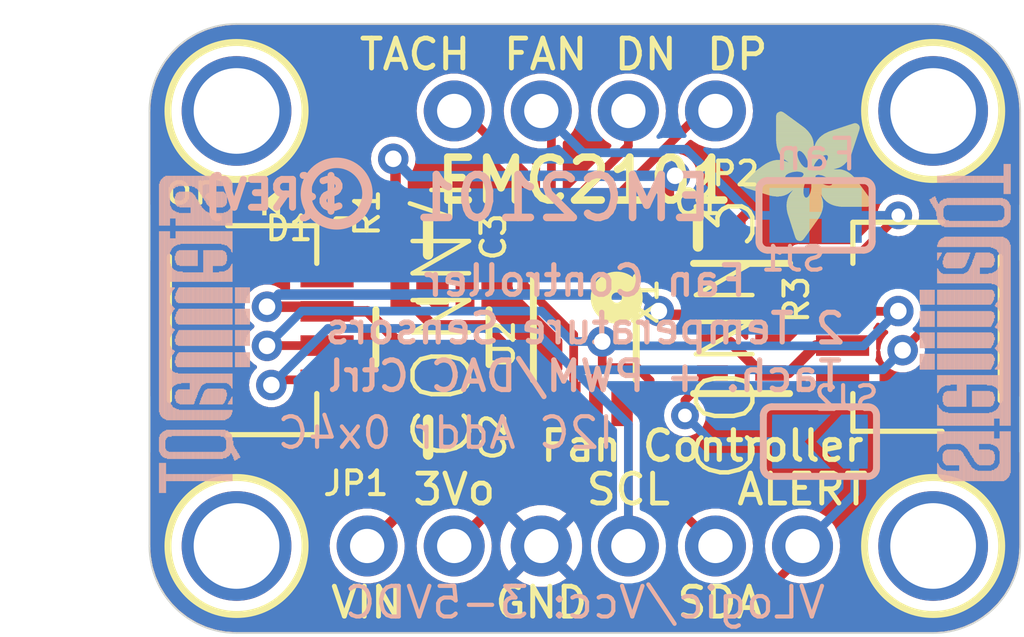
<source format=kicad_pcb>
(kicad_pcb (version 20221018) (generator pcbnew)
  (layers (0 "F.Cu" signal) (31 "B.Cu" signal) (34 "B.Paste" user) (35 "F.Paste" user) (36 "B.SilkS" user "B.Silkscreen") (37 "F.SilkS" user "F.Silkscreen") (38 "B.Mask" user) (39 "F.Mask" user) (44 "Edge.Cuts" user))
  (net 0 "")
  (net 1 "GND")
  (net 2 "SDA")
  (net 3 "SCL")
  (net 4 "3.3V")
  (net 5 "VCC")
  (net 6 "DP")
  (net 7 "DN")
  (net 8 "FAN")
  (net 9 "ALERT/TACH")
  (net 10 "N$1")
  (net 11 "N$2")
  (net 12 "N$3")
  (footprint "working:1X06_ROUND_70" (layer "F.Cu") (at 148.5011 111.3536)
    (fp_text reference "JP1" (at -7.6962 -1.8288) (layer "F.SilkS") (effects (font (size 0.692831 0.692831) (thickness 0.119969)) (justify left)))
    (fp_text value "")
    (pad "1" thru_hole circle (at -6.35 0 90) (size 1.778 1.778) (drill 1) (layers "*.Cu" "*.Mask") (net 5 "VCC"))
    (pad "2" thru_hole circle (at -3.81 0 90) (size 1.778 1.778) (drill 1) (layers "*.Cu" "*.Mask") (net 4 "3.3V"))
    (pad "3" thru_hole circle (at -1.27 0 90) (size 1.778 1.778) (drill 1) (layers "*.Cu" "*.Mask") (net 1 "GND"))
    (pad "4" thru_hole circle (at 1.27 0 90) (size 1.778 1.778) (drill 1) (layers "*.Cu" "*.Mask") (net 3 "SCL"))
    (pad "5" thru_hole circle (at 3.81 0 90) (size 1.778 1.778) (drill 1) (layers "*.Cu" "*.Mask") (net 2 "SDA"))
    (pad "6" thru_hole circle (at 6.35 0 90) (size 1.778 1.778) (drill 1) (layers "*.Cu" "*.Mask") (net 9 "ALERT/TACH"))
  )
  (footprint "working:1X04_ROUND" (layer "F.Cu") (at 148.5011 98.6536 180)
    (fp_text reference "JP2" (at -5.1562 -1.8288) (layer "F.SilkS") (effects (font (size 0.692831 0.692831) (thickness 0.119969)) (justify right)))
    (fp_text value "")
    (pad "1" thru_hole circle (at -3.81 0 270) (size 1.778 1.778) (drill 1) (layers "*.Cu" "*.Mask") (net 6 "DP"))
    (pad "2" thru_hole circle (at -1.27 0 270) (size 1.778 1.778) (drill 1) (layers "*.Cu" "*.Mask") (net 7 "DN"))
    (pad "3" thru_hole circle (at 1.27 0 270) (size 1.778 1.778) (drill 1) (layers "*.Cu" "*.Mask") (net 8 "FAN"))
    (pad "4" thru_hole circle (at 3.81 0 270) (size 1.778 1.778) (drill 1) (layers "*.Cu" "*.Mask") (net 9 "ALERT/TACH"))
  )
  (footprint "working:JST_SH4" (layer "F.Cu") (at 158.5341 105.0036 90)
    (fp_text reference "CONN3" (at -4.6 -5.9 90) (layer "F.SilkS") (effects (font (size 1.647139 1.647139) (thickness 0.130861)) (justify left)))
    (fp_text value "STEMMA_I2C_QT" hide)
    (pad "1" smd rect (at -1.5 -2.514 180) (size 1.55 0.6) (layers "F.Cu" "F.Paste" "F.Mask") (net 1 "GND"))
    (pad "2" smd rect (at -0.5 -2.514 180) (size 1.55 0.6) (layers "F.Cu" "F.Paste" "F.Mask") (net 5 "VCC"))
    (pad "3" smd rect (at 0.5 -2.514 180) (size 1.55 0.6) (layers "F.Cu" "F.Paste" "F.Mask") (net 2 "SDA"))
    (pad "4" smd rect (at 1.5 -2.514 180) (size 1.55 0.6) (layers "F.Cu" "F.Paste" "F.Mask") (net 3 "SCL"))
    (pad "MT1" smd rect (at -2.8 1.386 180) (size 1.8 1.2) (layers "F.Cu" "F.Paste" "F.Mask") (net 1 "GND"))
    (pad "MT2" smd rect (at 2.8 1.386 180) (size 1.8 1.2) (layers "F.Cu" "F.Paste" "F.Mask") (net 1 "GND"))
  )
  (footprint "working:_0603MP" (layer "F.Cu") (at 141.5161 101.8286 -90)
    (fp_text reference "R1" (at -0.9525 -0.635 90) (layer "F.SilkS") (effects (font (size 0.692831 0.692831) (thickness 0.119969)) (justify right)))
    (fp_text value "10K")
    (pad "1" smd rect (at -0.762 0 270) (size 0.8 0.8) (layers "F.Cu" "F.Paste" "F.Mask") (net 12 "N$3"))
    (pad "2" smd rect (at 0.762 0 270) (size 0.8 0.8) (layers "F.Cu" "F.Paste" "F.Mask") (net 4 "3.3V"))
  )
  (footprint "working:FIDUCIAL_1MM" (layer "F.Cu") (at 155.3591 97.3836)
    (fp_text reference "FID4" hide)
    (fp_text value "FIDUCIAL_1MM" hide)
    (pad "1" smd roundrect (at 0 0) (size 1 1) (layers "F.Cu" "F.Mask") (roundrect_rratio 0.5))
  )
  (footprint "working:0805-NO" (layer "F.Cu") (at 143.9291 102.3366)
    (fp_text reference "C3" (at 1.905 -0.762 90) (layer "F.SilkS") (effects (font (size 0.692831 0.692831) (thickness 0.119969)) (justify right)))
    (fp_text value "10uF")
    (pad "1" smd rect (at -0.95 0) (size 1.24 1.5) (layers "F.Cu" "F.Paste" "F.Mask") (net 4 "3.3V"))
    (pad "2" smd rect (at 0.95 0) (size 1.24 1.5) (layers "F.Cu" "F.Paste" "F.Mask") (net 1 "GND"))
  )
  (footprint "working:MOUNTINGHOLE_2.5_PLATED" (layer "F.Cu") (at 138.3411 98.6536)
    (fp_text reference "U$1" hide)
    (fp_text value "MOUNTINGHOLE2.5" hide)
    (pad "P$1" thru_hole circle (at 0 0) (size 3.2 3.2) (drill 2.5) (layers "*.Cu" "*.Mask"))
    (zone (net 0) (net_name "") (layer "F.Cu") (connect_pads (clearance 0)) (min_thickness 0.25)
      (keepout (tracks not_allowed) (vias not_allowed) (pads not_allowed) (copperpour not_allowed) (footprints allowed))
      (fill (thermal_gap 0.5) (thermal_bridge_width 0.5))
      (polygon (pts (xy 140.3571 98.6536) (xy 140.33748 98.373027) (xy 140.279004 98.097915) (xy 140.182808 97.833619) (xy 140.050765 97.585283) (xy 139.885446 97.35774) (xy 139.690067 97.15542) (xy 139.468433 96.98226) (xy 139.224856 96.841631) (xy 138.964078 96.73627) (xy 138.691175 96.668228) (xy 138.411457 96.638828) (xy 138.130371 96.648644) (xy 137.853385 96.697484) (xy 137.585893 96.784397) (xy 137.3331 96.907693) (xy 137.099926 97.06497) (xy 136.890911 97.253169) (xy 136.710122 97.468625) (xy 136.561078 97.707145) (xy 136.44668 97.964087) (xy 136.369154 98.23445) (xy 136.330011 98.512971) (xy 136.330011 98.794229) (xy 136.369154 99.07275) (xy 136.44668 99.343113) (xy 136.561078 99.600055) (xy 136.710122 99.838575) (xy 136.890911 100.054031) (xy 137.099926 100.24223) (xy 137.3331 100.399507) (xy 137.585893 100.522803) (xy 137.853385 100.609716) (xy 138.130371 100.658556) (xy 138.411457 100.668372) (xy 138.691175 100.638972) (xy 138.964078 100.57093) (xy 139.224856 100.465569) (xy 139.468433 100.32494) (xy 139.690067 100.15178) (xy 139.885446 99.94946) (xy 140.050765 99.721917) (xy 140.182808 99.473581) (xy 140.279004 99.209285) (xy 140.33748 98.934173)))
      (polygon (pts (xy 138.3251 98.6536) (xy 138.329786 98.664914) (xy 138.3411 98.6696) (xy 138.352414 98.664914) (xy 138.3571 98.6536) (xy 138.352414 98.642286) (xy 138.3411 98.6376) (xy 138.329786 98.642286)))
    )
    (zone (net 0) (net_name "") (layer "B.Cu") (connect_pads (clearance 0)) (min_thickness 0.25)
      (keepout (tracks not_allowed) (vias not_allowed) (pads not_allowed) (copperpour not_allowed) (footprints allowed))
      (fill (thermal_gap 0.5) (thermal_bridge_width 0.5))
      (polygon (pts (xy 140.3571 98.6536) (xy 140.33748 98.373027) (xy 140.279004 98.097915) (xy 140.182808 97.833619) (xy 140.050765 97.585283) (xy 139.885446 97.35774) (xy 139.690067 97.15542) (xy 139.468433 96.98226) (xy 139.224856 96.841631) (xy 138.964078 96.73627) (xy 138.691175 96.668228) (xy 138.411457 96.638828) (xy 138.130371 96.648644) (xy 137.853385 96.697484) (xy 137.585893 96.784397) (xy 137.3331 96.907693) (xy 137.099926 97.06497) (xy 136.890911 97.253169) (xy 136.710122 97.468625) (xy 136.561078 97.707145) (xy 136.44668 97.964087) (xy 136.369154 98.23445) (xy 136.330011 98.512971) (xy 136.330011 98.794229) (xy 136.369154 99.07275) (xy 136.44668 99.343113) (xy 136.561078 99.600055) (xy 136.710122 99.838575) (xy 136.890911 100.054031) (xy 137.099926 100.24223) (xy 137.3331 100.399507) (xy 137.585893 100.522803) (xy 137.853385 100.609716) (xy 138.130371 100.658556) (xy 138.411457 100.668372) (xy 138.691175 100.638972) (xy 138.964078 100.57093) (xy 139.224856 100.465569) (xy 139.468433 100.32494) (xy 139.690067 100.15178) (xy 139.885446 99.94946) (xy 140.050765 99.721917) (xy 140.182808 99.473581) (xy 140.279004 99.209285) (xy 140.33748 98.934173)))
      (polygon (pts (xy 138.3251 98.6536) (xy 138.329786 98.664914) (xy 138.3411 98.6696) (xy 138.352414 98.664914) (xy 138.3571 98.6536) (xy 138.352414 98.642286) (xy 138.3411 98.6376) (xy 138.329786 98.642286)))
    )
  )
  (footprint "working:MOUNTINGHOLE_2.5_PLATED" (layer "F.Cu") (at 158.6611 111.3536)
    (fp_text reference "U$21" hide)
    (fp_text value "MOUNTINGHOLE2.5" hide)
    (pad "P$1" thru_hole circle (at 0 0) (size 3.2 3.2) (drill 2.5) (layers "*.Cu" "*.Mask"))
    (zone (net 0) (net_name "") (layer "F.Cu") (connect_pads (clearance 0)) (min_thickness 0.25)
      (keepout (tracks not_allowed) (vias not_allowed) (pads not_allowed) (copperpour not_allowed) (footprints allowed))
      (fill (thermal_gap 0.5) (thermal_bridge_width 0.5))
      (polygon (pts (xy 160.6771 111.3536) (xy 160.65748 111.073027) (xy 160.599004 110.797915) (xy 160.502808 110.533619) (xy 160.370765 110.285283) (xy 160.205446 110.05774) (xy 160.010067 109.85542) (xy 159.788433 109.68226) (xy 159.544856 109.541631) (xy 159.284078 109.43627) (xy 159.011175 109.368228) (xy 158.731457 109.338828) (xy 158.450371 109.348644) (xy 158.173385 109.397484) (xy 157.905893 109.484397) (xy 157.6531 109.607693) (xy 157.419926 109.76497) (xy 157.210911 109.953169) (xy 157.030122 110.168625) (xy 156.881078 110.407145) (xy 156.76668 110.664087) (xy 156.689154 110.93445) (xy 156.650011 111.212971) (xy 156.650011 111.494229) (xy 156.689154 111.77275) (xy 156.76668 112.043113) (xy 156.881078 112.300055) (xy 157.030122 112.538575) (xy 157.210911 112.754031) (xy 157.419926 112.94223) (xy 157.6531 113.099507) (xy 157.905893 113.222803) (xy 158.173385 113.309716) (xy 158.450371 113.358556) (xy 158.731457 113.368372) (xy 159.011175 113.338972) (xy 159.284078 113.27093) (xy 159.544856 113.165569) (xy 159.788433 113.02494) (xy 160.010067 112.85178) (xy 160.205446 112.64946) (xy 160.370765 112.421917) (xy 160.502808 112.173581) (xy 160.599004 111.909285) (xy 160.65748 111.634173)))
      (polygon (pts (xy 158.6451 111.3536) (xy 158.649786 111.364914) (xy 158.6611 111.3696) (xy 158.672414 111.364914) (xy 158.6771 111.3536) (xy 158.672414 111.342286) (xy 158.6611 111.3376) (xy 158.649786 111.342286)))
    )
    (zone (net 0) (net_name "") (layer "B.Cu") (connect_pads (clearance 0)) (min_thickness 0.25)
      (keepout (tracks not_allowed) (vias not_allowed) (pads not_allowed) (copperpour not_allowed) (footprints allowed))
      (fill (thermal_gap 0.5) (thermal_bridge_width 0.5))
      (polygon (pts (xy 160.6771 111.3536) (xy 160.65748 111.073027) (xy 160.599004 110.797915) (xy 160.502808 110.533619) (xy 160.370765 110.285283) (xy 160.205446 110.05774) (xy 160.010067 109.85542) (xy 159.788433 109.68226) (xy 159.544856 109.541631) (xy 159.284078 109.43627) (xy 159.011175 109.368228) (xy 158.731457 109.338828) (xy 158.450371 109.348644) (xy 158.173385 109.397484) (xy 157.905893 109.484397) (xy 157.6531 109.607693) (xy 157.419926 109.76497) (xy 157.210911 109.953169) (xy 157.030122 110.168625) (xy 156.881078 110.407145) (xy 156.76668 110.664087) (xy 156.689154 110.93445) (xy 156.650011 111.212971) (xy 156.650011 111.494229) (xy 156.689154 111.77275) (xy 156.76668 112.043113) (xy 156.881078 112.300055) (xy 157.030122 112.538575) (xy 157.210911 112.754031) (xy 157.419926 112.94223) (xy 157.6531 113.099507) (xy 157.905893 113.222803) (xy 158.173385 113.309716) (xy 158.450371 113.358556) (xy 158.731457 113.368372) (xy 159.011175 113.338972) (xy 159.284078 113.27093) (xy 159.544856 113.165569) (xy 159.788433 113.02494) (xy 160.010067 112.85178) (xy 160.205446 112.64946) (xy 160.370765 112.421917) (xy 160.502808 112.173581) (xy 160.599004 111.909285) (xy 160.65748 111.634173)))
      (polygon (pts (xy 158.6451 111.3536) (xy 158.649786 111.364914) (xy 158.6611 111.3696) (xy 158.672414 111.364914) (xy 158.6771 111.3536) (xy 158.672414 111.342286) (xy 158.6611 111.3376) (xy 158.649786 111.342286)))
    )
  )
  (footprint "working:JST_SH4" (layer "F.Cu") (at 138.4681 105.0036 -90)
    (fp_text reference "CONN4" (at -4.6 -5.9 90) (layer "F.SilkS") (effects (font (size 1.647139 1.647139) (thickness 0.130861)) (justify right)))
    (fp_text value "STEMMA_I2C_QT" hide)
    (pad "1" smd rect (at -1.5 -2.514) (size 1.55 0.6) (layers "F.Cu" "F.Paste" "F.Mask") (net 1 "GND"))
    (pad "2" smd rect (at -0.5 -2.514) (size 1.55 0.6) (layers "F.Cu" "F.Paste" "F.Mask") (net 5 "VCC"))
    (pad "3" smd rect (at 0.5 -2.514) (size 1.55 0.6) (layers "F.Cu" "F.Paste" "F.Mask") (net 2 "SDA"))
    (pad "4" smd rect (at 1.5 -2.514) (size 1.55 0.6) (layers "F.Cu" "F.Paste" "F.Mask") (net 3 "SCL"))
    (pad "MT1" smd rect (at -2.8 1.386) (size 1.8 1.2) (layers "F.Cu" "F.Paste" "F.Mask") (net 1 "GND"))
    (pad "MT2" smd rect (at 2.8 1.386) (size 1.8 1.2) (layers "F.Cu" "F.Paste" "F.Mask") (net 1 "GND"))
  )
  (footprint "working:0603-NO" (layer "F.Cu") (at 151.8031 102.2096)
    (fp_text reference "C1" (at -0.762 -0.889) (layer "F.SilkS") (effects (font (size 0.692831 0.692831) (thickness 0.119969)) (justify left)))
    (fp_text value "0.1uF")
    (pad "1" smd rect (at -0.85 0) (size 1.075 1) (layers "F.Cu" "F.Paste" "F.Mask") (net 4 "3.3V"))
    (pad "2" smd rect (at 0.85 0) (size 1.075 1) (layers "F.Cu" "F.Paste" "F.Mask") (net 1 "GND"))
  )
  (footprint "working:MOUNTINGHOLE_2.5_PLATED" (layer "F.Cu") (at 138.3411 111.3536)
    (fp_text reference "U$19" hide)
    (fp_text value "MOUNTINGHOLE2.5" hide)
    (pad "P$1" thru_hole circle (at 0 0) (size 3.2 3.2) (drill 2.5) (layers "*.Cu" "*.Mask"))
    (zone (net 0) (net_name "") (layer "F.Cu") (connect_pads (clearance 0)) (min_thickness 0.25)
      (keepout (tracks not_allowed) (vias not_allowed) (pads not_allowed) (copperpour not_allowed) (footprints allowed))
      (fill (thermal_gap 0.5) (thermal_bridge_width 0.5))
      (polygon (pts (xy 140.3571 111.3536) (xy 140.33748 111.073027) (xy 140.279004 110.797915) (xy 140.182808 110.533619) (xy 140.050765 110.285283) (xy 139.885446 110.05774) (xy 139.690067 109.85542) (xy 139.468433 109.68226) (xy 139.224856 109.541631) (xy 138.964078 109.43627) (xy 138.691175 109.368228) (xy 138.411457 109.338828) (xy 138.130371 109.348644) (xy 137.853385 109.397484) (xy 137.585893 109.484397) (xy 137.3331 109.607693) (xy 137.099926 109.76497) (xy 136.890911 109.953169) (xy 136.710122 110.168625) (xy 136.561078 110.407145) (xy 136.44668 110.664087) (xy 136.369154 110.93445) (xy 136.330011 111.212971) (xy 136.330011 111.494229) (xy 136.369154 111.77275) (xy 136.44668 112.043113) (xy 136.561078 112.300055) (xy 136.710122 112.538575) (xy 136.890911 112.754031) (xy 137.099926 112.94223) (xy 137.3331 113.099507) (xy 137.585893 113.222803) (xy 137.853385 113.309716) (xy 138.130371 113.358556) (xy 138.411457 113.368372) (xy 138.691175 113.338972) (xy 138.964078 113.27093) (xy 139.224856 113.165569) (xy 139.468433 113.02494) (xy 139.690067 112.85178) (xy 139.885446 112.64946) (xy 140.050765 112.421917) (xy 140.182808 112.173581) (xy 140.279004 111.909285) (xy 140.33748 111.634173)))
      (polygon (pts (xy 138.3251 111.3536) (xy 138.329786 111.364914) (xy 138.3411 111.3696) (xy 138.352414 111.364914) (xy 138.3571 111.3536) (xy 138.352414 111.342286) (xy 138.3411 111.3376) (xy 138.329786 111.342286)))
    )
    (zone (net 0) (net_name "") (layer "B.Cu") (connect_pads (clearance 0)) (min_thickness 0.25)
      (keepout (tracks not_allowed) (vias not_allowed) (pads not_allowed) (copperpour not_allowed) (footprints allowed))
      (fill (thermal_gap 0.5) (thermal_bridge_width 0.5))
      (polygon (pts (xy 140.3571 111.3536) (xy 140.33748 111.073027) (xy 140.279004 110.797915) (xy 140.182808 110.533619) (xy 140.050765 110.285283) (xy 139.885446 110.05774) (xy 139.690067 109.85542) (xy 139.468433 109.68226) (xy 139.224856 109.541631) (xy 138.964078 109.43627) (xy 138.691175 109.368228) (xy 138.411457 109.338828) (xy 138.130371 109.348644) (xy 137.853385 109.397484) (xy 137.585893 109.484397) (xy 137.3331 109.607693) (xy 137.099926 109.76497) (xy 136.890911 109.953169) (xy 136.710122 110.168625) (xy 136.561078 110.407145) (xy 136.44668 110.664087) (xy 136.369154 110.93445) (xy 136.330011 111.212971) (xy 136.330011 111.494229) (xy 136.369154 111.77275) (xy 136.44668 112.043113) (xy 136.561078 112.300055) (xy 136.710122 112.538575) (xy 136.890911 112.754031) (xy 137.099926 112.94223) (xy 137.3331 113.099507) (xy 137.585893 113.222803) (xy 137.853385 113.309716) (xy 138.130371 113.358556) (xy 138.411457 113.368372) (xy 138.691175 113.338972) (xy 138.964078 113.27093) (xy 139.224856 113.165569) (xy 139.468433 113.02494) (xy 139.690067 112.85178) (xy 139.885446 112.64946) (xy 140.050765 112.421917) (xy 140.182808 112.173581) (xy 140.279004 111.909285) (xy 140.33748 111.634173)))
      (polygon (pts (xy 138.3251 111.3536) (xy 138.329786 111.364914) (xy 138.3411 111.3696) (xy 138.352414 111.364914) (xy 138.3571 111.3536) (xy 138.352414 111.342286) (xy 138.3411 111.3376) (xy 138.329786 111.342286)))
    )
  )
  (footprint "working:0805-NO" (layer "F.Cu") (at 143.9291 108.1786)
    (fp_text reference "C2" (at 1.905 -0.762 90) (layer "F.SilkS") (effects (font (size 0.692831 0.692831) (thickness 0.119969)) (justify right)))
    (fp_text value "10uF")
    (pad "1" smd rect (at -0.95 0) (size 1.24 1.5) (layers "F.Cu" "F.Paste" "F.Mask") (net 5 "VCC"))
    (pad "2" smd rect (at 0.95 0) (size 1.24 1.5) (layers "F.Cu" "F.Paste" "F.Mask") (net 1 "GND"))
  )
  (footprint "working:CHIPLED_0603_NOOUTLINE" (layer "F.Cu") (at 139.3571 101.3206 90)
    (fp_text reference "D1" (at -0.762 1.27) (layer "F.SilkS") (effects (font (size 0.692831 0.692831) (thickness 0.119969)) (justify right)))
    (fp_text value "GREEN")
    (pad "A" smd rect (at 0 0.75 90) (size 0.8 0.8) (layers "F.Cu" "F.Paste" "F.Mask") (net 12 "N$3"))
    (pad "C" smd rect (at 0 -0.75 90) (size 0.8 0.8) (layers "F.Cu" "F.Paste" "F.Mask") (net 1 "GND"))
  )
  (footprint "working:SOT23-5" (layer "F.Cu") (at 144.0561 105.2576)
    (fp_text reference "U2" (at 2.032 -0.562 90) (layer "F.SilkS") (effects (font (size 0.692831 0.692831) (thickness 0.119969)) (justify right)))
    (fp_text value "AP2112K-3.3")
    (pad "1" smd rect (at -0.95 1.3001) (size 0.55 1.2) (layers "F.Cu" "F.Paste" "F.Mask") (net 5 "VCC"))
    (pad "2" smd rect (at 0 1.3001) (size 0.55 1.2) (layers "F.Cu" "F.Paste" "F.Mask") (net 1 "GND"))
    (pad "3" smd rect (at 0.95 1.3001) (size 0.55 1.2) (layers "F.Cu" "F.Paste" "F.Mask") (net 5 "VCC"))
    (pad "4" smd rect (at 0.95 -1.3001) (size 0.55 1.2) (layers "F.Cu" "F.Paste" "F.Mask"))
    (pad "5" smd rect (at -0.95 -1.3001) (size 0.55 1.2) (layers "F.Cu" "F.Paste" "F.Mask") (net 4 "3.3V"))
  )
  (footprint "working:RESPACK_4X0603" (layer "F.Cu") (at 153.0731 105.0036 -90)
    (fp_text reference "R3" (at -1.6 -1.6 90) (layer "F.SilkS") (effects (font (size 0.692831 0.692831) (thickness 0.119969)) (justify right)))
    (fp_text value "10K")
    (pad "1" smd rect (at -1.3 0.85 270) (size 0.45 0.9) (layers "F.Cu" "F.Paste" "F.Mask") (net 4 "3.3V"))
    (pad "2" smd rect (at -0.4 0.85 270) (size 0.45 0.9) (layers "F.Cu" "F.Paste" "F.Mask") (net 5 "VCC"))
    (pad "3" smd rect (at 0.4 0.85 270) (size 0.45 0.9) (layers "F.Cu" "F.Paste" "F.Mask") (net 5 "VCC"))
    (pad "4" smd rect (at 1.3 0.85 270) (size 0.45 0.9) (layers "F.Cu" "F.Paste" "F.Mask") (net 10 "N$1"))
    (pad "5" smd rect (at 1.3 -0.85 270) (size 0.45 0.9) (layers "F.Cu" "F.Paste" "F.Mask") (net 5 "VCC"))
    (pad "6" smd rect (at 0.4 -0.85 270) (size 0.45 0.9) (layers "F.Cu" "F.Paste" "F.Mask") (net 2 "SDA"))
    (pad "7" smd rect (at -0.4 -0.85 270) (size 0.45 0.9) (layers "F.Cu" "F.Paste" "F.Mask") (net 3 "SCL"))
    (pad "8" smd rect (at -1.3 -0.85 270) (size 0.45 0.9) (layers "F.Cu" "F.Paste" "F.Mask") (net 11 "N$2"))
  )
  (footprint "working:MOUNTINGHOLE_2.5_PLATED" (layer "F.Cu") (at 158.6611 98.6536)
    (fp_text reference "U$17" hide)
    (fp_text value "MOUNTINGHOLE2.5" hide)
    (pad "P$1" thru_hole circle (at 0 0) (size 3.2 3.2) (drill 2.5) (layers "*.Cu" "*.Mask"))
    (zone (net 0) (net_name "") (layer "F.Cu") (connect_pads (clearance 0)) (min_thickness 0.25)
      (keepout (tracks not_allowed) (vias not_allowed) (pads not_allowed) (copperpour not_allowed) (footprints allowed))
      (fill (thermal_gap 0.5) (thermal_bridge_width 0.5))
      (polygon (pts (xy 160.6771 98.6536) (xy 160.65748 98.373027) (xy 160.599004 98.097915) (xy 160.502808 97.833619) (xy 160.370765 97.585283) (xy 160.205446 97.35774) (xy 160.010067 97.15542) (xy 159.788433 96.98226) (xy 159.544856 96.841631) (xy 159.284078 96.73627) (xy 159.011175 96.668228) (xy 158.731457 96.638828) (xy 158.450371 96.648644) (xy 158.173385 96.697484) (xy 157.905893 96.784397) (xy 157.6531 96.907693) (xy 157.419926 97.06497) (xy 157.210911 97.253169) (xy 157.030122 97.468625) (xy 156.881078 97.707145) (xy 156.76668 97.964087) (xy 156.689154 98.23445) (xy 156.650011 98.512971) (xy 156.650011 98.794229) (xy 156.689154 99.07275) (xy 156.76668 99.343113) (xy 156.881078 99.600055) (xy 157.030122 99.838575) (xy 157.210911 100.054031) (xy 157.419926 100.24223) (xy 157.6531 100.399507) (xy 157.905893 100.522803) (xy 158.173385 100.609716) (xy 158.450371 100.658556) (xy 158.731457 100.668372) (xy 159.011175 100.638972) (xy 159.284078 100.57093) (xy 159.544856 100.465569) (xy 159.788433 100.32494) (xy 160.010067 100.15178) (xy 160.205446 99.94946) (xy 160.370765 99.721917) (xy 160.502808 99.473581) (xy 160.599004 99.209285) (xy 160.65748 98.934173)))
      (polygon (pts (xy 158.6451 98.6536) (xy 158.649786 98.664914) (xy 158.6611 98.6696) (xy 158.672414 98.664914) (xy 158.6771 98.6536) (xy 158.672414 98.642286) (xy 158.6611 98.6376) (xy 158.649786 98.642286)))
    )
    (zone (net 0) (net_name "") (layer "B.Cu") (connect_pads (clearance 0)) (min_thickness 0.25)
      (keepout (tracks not_allowed) (vias not_allowed) (pads not_allowed) (copperpour not_allowed) (footprints allowed))
      (fill (thermal_gap 0.5) (thermal_bridge_width 0.5))
      (polygon (pts (xy 160.6771 98.6536) (xy 160.65748 98.373027) (xy 160.599004 98.097915) (xy 160.502808 97.833619) (xy 160.370765 97.585283) (xy 160.205446 97.35774) (xy 160.010067 97.15542) (xy 159.788433 96.98226) (xy 159.544856 96.841631) (xy 159.284078 96.73627) (xy 159.011175 96.668228) (xy 158.731457 96.638828) (xy 158.450371 96.648644) (xy 158.173385 96.697484) (xy 157.905893 96.784397) (xy 157.6531 96.907693) (xy 157.419926 97.06497) (xy 157.210911 97.253169) (xy 157.030122 97.468625) (xy 156.881078 97.707145) (xy 156.76668 97.964087) (xy 156.689154 98.23445) (xy 156.650011 98.512971) (xy 156.650011 98.794229) (xy 156.689154 99.07275) (xy 156.76668 99.343113) (xy 156.881078 99.600055) (xy 157.030122 99.838575) (xy 157.210911 100.054031) (xy 157.419926 100.24223) (xy 157.6531 100.399507) (xy 157.905893 100.522803) (xy 158.173385 100.609716) (xy 158.450371 100.658556) (xy 158.731457 100.668372) (xy 159.011175 100.638972) (xy 159.284078 100.57093) (xy 159.544856 100.465569) (xy 159.788433 100.32494) (xy 160.010067 100.15178) (xy 160.205446 99.94946) (xy 160.370765 99.721917) (xy 160.502808 99.473581) (xy 160.599004 99.209285) (xy 160.65748 98.934173)))
      (polygon (pts (xy 158.6451 98.6536) (xy 158.649786 98.664914) (xy 158.6611 98.6696) (xy 158.672414 98.664914) (xy 158.6771 98.6536) (xy 158.672414 98.642286) (xy 158.6611 98.6376) (xy 158.649786 98.642286)))
    )
  )
  (footprint "working:MSOP8_0.65MM" (layer "F.Cu") (at 148.5011 105.0036 180)
    (fp_text reference "X1" (at -1.778 1.524 90) (layer "F.SilkS") (effects (font (size 0.692831 0.692831) (thickness 0.119969)) (justify right)))
    (fp_text value "EMC2101-AZCL")
    (pad "1" smd rect (at -0.975 2.2 270) (size 1.3 0.4) (layers "F.Cu" "F.Paste" "F.Mask") (net 4 "3.3V"))
    (pad "2" smd rect (at -0.325 2.2 270) (size 1.3 0.4) (layers "F.Cu" "F.Paste" "F.Mask") (net 6 "DP"))
    (pad "3" smd rect (at 0.325 2.2 270) (size 1.3 0.4) (layers "F.Cu" "F.Paste" "F.Mask") (net 7 "DN"))
    (pad "4" smd rect (at 0.975 2.2 270) (size 1.3 0.4) (layers "F.Cu" "F.Paste" "F.Mask") (net 8 "FAN"))
    (pad "5" smd rect (at 0.975 -2.2 270) (size 1.3 0.4) (layers "F.Cu" "F.Paste" "F.Mask") (net 1 "GND"))
    (pad "6" smd rect (at 0.325 -2.2 270) (size 1.3 0.4) (layers "F.Cu" "F.Paste" "F.Mask") (net 9 "ALERT/TACH"))
    (pad "7" smd rect (at -0.325 -2.2 270) (size 1.3 0.4) (layers "F.Cu" "F.Paste" "F.Mask") (net 2 "SDA"))
    (pad "8" smd rect (at -0.975 -2.2 270) (size 1.3 0.4) (layers "F.Cu" "F.Paste" "F.Mask") (net 3 "SCL"))
  )
  (footprint "working:FIDUCIAL_1MM" (layer "F.Cu") (at 140.8811 109.1946)
    (fp_text reference "FID3" hide)
    (fp_text value "FIDUCIAL_1MM" hide)
    (pad "1" smd roundrect (at 0 0) (size 1 1) (layers "F.Cu" "F.Mask") (roundrect_rratio 0.5))
  )
  (footprint "working:ADAFRUIT_3.5MM" (layer "F.Cu") (at 156.8831 98.6536 180)
    (fp_text reference "U$22" hide)
    (fp_text value "" hide)
  )
  (footprint "working:SOLDERJUMPER_CLOSEDWIRE" (layer "B.Cu") (at 155.2321 101.7016)
    (fp_text reference "SJ1" (at -1.651 1.27) (layer "B.SilkS") (effects (font (size 0.692831 0.692831) (thickness 0.119969)) (justify right mirror)))
    (fp_text value "FAN")
    (pad "1" smd rect (at -0.762 0) (size 1.1684 1.6002) (layers "B.Cu") (net 8 "FAN"))
    (pad "2" smd rect (at 0.762 0) (size 1.1684 1.6002) (layers "B.Cu") (net 11 "N$2"))
    (pad "WIRE" smd rect (at 0 0 180) (size 0.635 0.2032) (layers "B.Cu"))
  )
  (footprint "working:STEMMAQT" (layer "B.Cu") (at 138.7221 100.5586 -90)
    (fp_text reference "U$31" hide)
    (fp_text value "" hide)
  )
  (footprint "working:PCBFEAT-REV-040" (layer "B.Cu") (at 141.2621 101.0666 180)
    (fp_text reference "U$25" hide)
    (fp_text value "" hide)
    (fp_text user "${REV}" (at -0.3556 -0.508) (layer "B.SilkS") (effects (font (size 0.8128 0.8128) (thickness 0.2032)) (justify left bottom mirror)))
  )
  (footprint "working:STEMMAQT" (layer "B.Cu") (at 158.2801 109.4486 90)
    (fp_text reference "U$30" hide)
    (fp_text value "" hide)
  )
  (footprint "working:SOLDERJUMPER_ARROW_NOPASTE" (layer "B.Cu") (at 155.3591 108.3056 180)
    (fp_text reference "SJ2" (at -1.778 1.27) (layer "B.SilkS") (effects (font (size 0.692831 0.692831) (thickness 0.119969)) (justify left mirror)))
    (fp_text value "TACH")
    (fp_poly (pts (xy 0.106121 -0.002663) (xy -0.679416 -0.7882) (xy -1.3946 -0.7882) (xy -1.3946 0.7882) (xy -0.62715 0.7882)) (fill solid) (layer "B.Cu"))
    (fp_poly (pts (xy 1.3946 -0.7882) (xy -0.315893 -0.7882) (xy 0.443148 0) (xy -0.315893 0.7882) (xy 1.3946 0.7882)) (fill solid) (layer "B.Cu"))
    (pad "1" smd roundrect (at -1.016 0 180) (size 0.762 1.524) (layers "B.Cu") (net 9 "ALERT/TACH"))
    (pad "2" smd roundrect (at 1.016 0 180) (size 0.762 1.524) (layers "B.Cu") (net 10 "N$1"))
  )
  (gr_arc (start 138.3411 113.8936) (mid 136.545049 113.149651) (end 135.8011 111.3536) (stroke (width 0.05)) (layer "Edge.Cuts"))
  (gr_line (start 158.6611 96.1136) (end 138.3411 96.1136) (stroke (width 0.05)) (layer "Edge.Cuts"))
  (gr_line (start 161.2011 111.3536) (end 161.2011 98.6536) (stroke (width 0.05)) (layer "Edge.Cuts"))
  (gr_line (start 135.8011 98.6536) (end 135.8011 111.3536) (stroke (width 0.05)) (layer "Edge.Cuts"))
  (gr_arc (start 135.8011 98.6536) (mid 136.545049 96.857549) (end 138.3411 96.1136) (stroke (width 0.05)) (layer "Edge.Cuts"))
  (gr_line (start 138.3411 113.8936) (end 158.6611 113.8936) (stroke (width 0.05)) (layer "Edge.Cuts"))
  (gr_arc (start 161.2011 111.3536) (mid 160.457151 113.149651) (end 158.6611 113.8936) (stroke (width 0.05)) (layer "Edge.Cuts"))
  (gr_arc (start 158.6611 96.1136) (mid 160.457151 96.857549) (end 161.2011 98.6536) (stroke (width 0.05)) (layer "Edge.Cuts"))
  (gr_text "Fan" (at 155.2321 99.9236) (layer "B.SilkS") (effects (font (size 0.89408 0.89408) (thickness 0.12192)) (justify mirror)))
  (gr_text "I2C Addr 0x4C" (at 144.4371 108.0516) (layer "B.SilkS") (effects (font (size 0.89408 0.89408) (thickness 0.12192)) (justify mirror)))
  (gr_text "Fan Controller\n2 Temperature Sensors\nTach. + PWM/DAC Ctrl" (at 148.5011 105.0036) (layer "B.SilkS") (effects (font (size 0.8636 0.8636) (thickness 0.1524)) (justify mirror)))
  (gr_text "VLogic/Vcc: 3-5VDC" (at 148.5011 113.0046) (layer "B.SilkS") (effects (font (size 0.89408 0.89408) (thickness 0.12192)) (justify mirror)))
  (gr_text "EMC2101" (at 147.8661 101.1936) (layer "B.SilkS") (effects (font (size 1.25222 1.25222) (thickness 0.22098)) (justify mirror)))
  (gr_text "DP" (at 152.9461 97.0026) (layer "F.SilkS") (effects (font (size 0.87376 0.87376) (thickness 0.14224))))
  (gr_text "on" (at 136.1821 101.4476) (layer "F.SilkS") (effects (font (size 0.89408 0.89408) (thickness 0.12192)) (justify left bottom)))
  (gr_text "VIN" (at 142.1511 113.0046) (layer "F.SilkS") (effects (font (size 0.87376 0.87376) (thickness 0.14224))))
  (gr_text "DN" (at 150.2791 97.0026) (layer "F.SilkS") (effects (font (size 0.87376 0.87376) (thickness 0.14224))))
  (gr_text "Fan Controller" (at 151.9301 108.4326) (layer "F.SilkS") (effects (font (size 0.8636 0.8636) (thickness 0.1524))))
  (gr_text "FAN" (at 147.3581 97.0026) (layer "F.SilkS") (effects (font (size 0.87376 0.87376) (thickness 0.14224))))
  (gr_text "TACH" (at 143.5481 97.0026) (layer "F.SilkS") (effects (font (size 0.87376 0.87376) (thickness 0.14224))))
  (gr_text "3Vo" (at 144.6911 109.7026) (layer "F.SilkS") (effects (font (size 0.87376 0.87376) (thickness 0.14224))))
  (gr_text "GND" (at 147.2311 113.0046) (layer "F.SilkS") (effects (font (size 0.87376 0.87376) (thickness 0.14224))))
  (gr_text "SCL" (at 149.7711 109.7026) (layer "F.SilkS") (effects (font (size 0.87376 0.87376) (thickness 0.14224))))
  (gr_text "SDA" (at 152.4381 113.0046) (layer "F.SilkS") (effects (font (size 0.87376 0.87376) (thickness 0.14224))))
  (gr_text "EMC2101" (at 148.5011 100.6856) (layer "F.SilkS") (effects (font (size 1.25222 1.25222) (thickness 0.22098))))
  (gr_text "ALERT" (at 154.8511 109.7026) (layer "F.SilkS") (effects (font (size 0.87376 0.87376) (thickness 0.14224))))
  (segment (start 144.8791 108.0516) (end 144.0561 107.2286) (width 0.3048) (layer "F.Cu") (net 1))
  (segment (start 144.0561 106.5577) (end 144.0561 107.2286) (width 0.3048) (layer "F.Cu") (net 1))
  (segment (start 144.8791 108.0516) (end 144.8791 108.1786) (width 0.3048) (layer "F.Cu") (net 1))
  (segment (start 150.4061 109.4486) (end 152.3111 111.3536) (width 0.254) (layer "F.Cu") (net 2))
  (segment (start 156.0201 104.5036) (end 157.6371 104.5036) (width 0.254) (layer "F.Cu") (net 2))
  (segment (start 149.0091 105.3846) (end 149.0091 106.1466) (width 0.254) (layer "F.Cu") (net 2))
  (segment (start 139.2381 105.5036) (end 140.9821 105.5036) (width 0.254) (layer "F.Cu") (net 2))
  (segment (start 150.0251 106.1466) (end 150.4061 106.5276) (width 0.254) (layer "F.Cu") (net 2))
  (segment (start 153.9231 105.4036) (end 154.300993 105.4036) (width 0.254) (layer "F.Cu") (net 2))
  (segment (start 155.200993 104.5036) (end 156.0201 104.5036) (width 0.254) (layer "F.Cu") (net 2))
  (segment (start 149.0091 106.1466) (end 150.0251 106.1466) (width 0.254) (layer "F.Cu") (net 2))
  (segment (start 148.8261 107.2036) (end 148.8261 106.3296) (width 0.254) (layer "F.Cu") (net 2))
  (segment (start 150.4061 106.5276) (end 150.4061 109.4486) (width 0.254) (layer "F.Cu") (net 2))
  (segment (start 157.6371 104.5036) (end 157.6451 104.4956) (width 0.254) (layer "F.Cu") (net 2))
  (segment (start 149.0091 106.1466) (end 148.8261 106.3296) (width 0.254) (layer "F.Cu") (net 2))
  (segment (start 155.200993 104.5036) (end 154.300993 105.4036) (width 0.254) (layer "F.Cu") (net 2))
  (segment (start 139.2301 105.5116) (end 139.2381 105.5036) (width 0.254) (layer "F.Cu") (net 2))
  (via (at 157.6451 104.4956) (size 0.889) (drill 0.4826) (layers "F.Cu" "B.Cu") (net 2))
  (via (at 139.2301 105.5116) (size 0.889) (drill 0.4826) (layers "F.Cu" "B.Cu") (net 2))
  (via (at 149.0091 105.3846) (size 0.889) (drill 0.4826) (layers "F.Cu" "B.Cu") (net 2))
  (segment (start 149.0091 105.3846) (end 149.1361 105.5116) (width 0.254) (layer "B.Cu") (net 2))
  (segment (start 149.0091 105.3846) (end 148.1201 105.3846) (width 0.254) (layer "B.Cu") (net 2))
  (segment (start 147.2311 104.4956) (end 140.2461 104.4956) (width 0.254) (layer "B.Cu") (net 2))
  (segment (start 140.2461 104.4956) (end 139.2301 105.5116) (width 0.254) (layer "B.Cu") (net 2))
  (segment (start 148.1201 105.3846) (end 147.2311 104.4956) (width 0.254) (layer "B.Cu") (net 2))
  (segment (start 156.6291 105.5116) (end 149.1361 105.5116) (width 0.254) (layer "B.Cu") (net 2))
  (segment (start 157.6451 104.4956) (end 156.6291 105.5116) (width 0.254) (layer "B.Cu") (net 2))
  (segment (start 149.4761 107.2036) (end 149.7711 107.4986) (width 0.254) (layer "F.Cu") (net 3))
  (segment (start 153.9231 104.6036) (end 154.200993 104.6036) (width 0.254) (layer "F.Cu") (net 3))
  (segment (start 158.1771 103.5036) (end 158.6611 103.9876) (width 0.254) (layer "F.Cu") (net 3))
  (segment (start 158.6611 103.9876) (end 158.6611 104.7496) (width 0.254) (layer "F.Cu") (net 3))
  (segment (start 139.5081 106.5036) (end 139.3571 106.6546) (width 0.254) (layer "F.Cu") (net 3))
  (segment (start 156.0201 103.5036) (end 158.1771 103.5036) (width 0.254) (layer "F.Cu") (net 3))
  (segment (start 158.6611 104.7496) (end 157.7721 105.6386) (width 0.254) (layer "F.Cu") (net 3))
  (segment (start 155.300993 103.5036) (end 156.0201 103.5036) (width 0.254) (layer "F.Cu") (net 3))
  (segment (start 155.300993 103.5036) (end 154.200993 104.6036) (width 0.254) (layer "F.Cu") (net 3))
  (segment (start 149.7711 107.4986) (end 149.7711 111.3536) (width 0.254) (layer "F.Cu") (net 3))
  (segment (start 140.9821 106.5036) (end 139.5081 106.5036) (width 0.254) (layer "F.Cu") (net 3))
  (via (at 139.3571 106.6546) (size 0.889) (drill 0.4826) (layers "F.Cu" "B.Cu") (net 3))
  (via (at 157.7721 105.6386) (size 0.889) (drill 0.4826) (layers "F.Cu" "B.Cu") (net 3))
  (segment (start 149.7711 107.7976) (end 149.7711 111.3536) (width 0.254) (layer "B.Cu") (net 3))
  (segment (start 141.0081 105.0036) (end 146.9771 105.0036) (width 0.254) (layer "B.Cu") (net 3))
  (segment (start 139.3571 106.6546) (end 141.0081 105.0036) (width 0.254) (layer "B.Cu") (net 3))
  (segment (start 157.2006 106.2101) (end 148.1836 106.2101) (width 0.254) (layer "B.Cu") (net 3))
  (segment (start 148.1836 106.2101) (end 149.7711 107.7976) (width 0.254) (layer "B.Cu") (net 3))
  (segment (start 146.9771 105.0036) (end 148.1836 106.2101) (width 0.254) (layer "B.Cu") (net 3))
  (segment (start 157.7721 105.6386) (end 157.2006 106.2101) (width 0.254) (layer "B.Cu") (net 3))
  (segment (start 151.133393 100.5459) (end 150.9531 100.726194) (width 0.3048) (layer "F.Cu") (net 4))
  (segment (start 143.1061 102.4636) (end 143.1061 103.9575) (width 0.3048) (layer "F.Cu") (net 4))
  (segment (start 141.5161 102.5906) (end 141.7701 102.3366) (width 0.254) (layer "F.Cu") (net 4))
  (segment (start 151.5191 103.7036) (end 152.2231 103.7036) (width 0.3048) (layer "F.Cu") (net 4))
  (segment (start 142.9791 102.3366) (end 143.1061 102.4636) (width 0.3048) (layer "F.Cu") (net 4))
  (segment (start 150.9531 100.726194) (end 150.9531 102.2096) (width 0.3048) (layer "F.Cu") (net 4))
  (segment (start 150.9531 103.1376) (end 151.5191 103.7036) (width 0.3048) (layer "F.Cu") (net 4))
  (segment (start 142.9791 100.1166) (end 142.9131 100.0506) (width 0.3048) (layer "F.Cu") (net 4))
  (segment (start 144.0617 104.9131) (end 145.5801 104.9131) (width 0.3048) (layer "F.Cu") (net 4))
  (segment (start 146.2151 109.8296) (end 144.6911 111.3536) (width 0.3048) (layer "F.Cu") (net 4))
  (segment (start 150.3591 102.8036) (end 150.9531 102.2096) (width 0.3048) (layer "F.Cu") (net 4))
  (segment (start 141.7701 102.3366) (end 142.9791 102.3366) (width 0.254) (layer "F.Cu") (net 4))
  (segment (start 143.1061 103.9575) (end 144.0617 104.9131) (width 0.3048) (layer "F.Cu") (net 4))
  (segment (start 146.2151 105.5481) (end 146.2151 109.8296) (width 0.3048) (layer "F.Cu") (net 4))
  (segment (start 145.5801 104.9131) (end 146.2151 105.5481) (width 0.3048) (layer "F.Cu") (net 4))
  (segment (start 149.4761 102.8036) (end 150.3591 102.8036) (width 0.3048) (layer "F.Cu") (net 4))
  (segment (start 142.9791 102.3366) (end 142.9791 100.1166) (width 0.3048) (layer "F.Cu") (net 4))
  (segment (start 150.9531 102.2096) (end 150.9531 103.1376) (width 0.3048) (layer "F.Cu") (net 4))
  (via (at 151.133393 100.5459) (size 0.889) (drill 0.4826) (layers "F.Cu" "B.Cu") (net 4))
  (via (at 142.9131 100.0506) (size 0.889) (drill 0.4826) (layers "F.Cu" "B.Cu") (net 4))
  (segment (start 142.9131 100.0506) (end 143.4211 100.5586) (width 0.3048) (layer "B.Cu") (net 4))
  (segment (start 146.180393 100.5459) (end 146.167693 100.5586) (width 0.3048) (layer "B.Cu") (net 4))
  (segment (start 146.167693 100.5586) (end 143.4211 100.5586) (width 0.3048) (layer "B.Cu") (net 4))
  (segment (start 151.133393 100.5459) (end 146.180393 100.5459) (width 0.3048) (layer "B.Cu") (net 4))
  (segment (start 144.9451 105.5116) (end 144.9451 106.4967) (width 0.3048) (layer "F.Cu") (net 5))
  (segment (start 150.7681 104.6036) (end 152.2231 104.6036) (width 0.3048) (layer "F.Cu") (net 5))
  (segment (start 140.9821 104.5036) (end 142.1591 104.5036) (width 0.3048) (layer "F.Cu") (net 5))
  (segment (start 140.8471 104.3686) (end 139.2301 104.3686) (width 0.3048) (layer "F.Cu") (net 5))
  (segment (start 153.9231 106.3036) (end 154.4401 106.3036) (width 0.3048) (layer "F.Cu") (net 5))
  (segment (start 153.645206 106.3036) (end 152.745206 105.4036) (width 0.3048) (layer "F.Cu") (net 5))
  (segment (start 152.2231 104.6036) (end 152.2231 105.4036) (width 0.3048) (layer "F.Cu") (net 5))
  (segment (start 140.9821 104.5036) (end 140.8471 104.3686) (width 0.3048) (layer "F.Cu") (net 5))
  (segment (start 152.2231 105.4036) (end 152.745206 105.4036) (width 0.3048) (layer "F.Cu") (net 5))
  (segment (start 150.6601 104.4956) (end 150.7681 104.6036) (width 0.3048) (layer "F.Cu") (net 5))
  (segment (start 144.9451 106.4967) (end 145.0061 106.5577) (width 0.3048) (layer "F.Cu") (net 5))
  (segment (start 143.1671 105.5116) (end 144.9451 105.5116) (width 0.3048) (layer "F.Cu") (net 5))
  (segment (start 143.1061 105.4506) (end 143.1671 105.5116) (width 0.3048) (layer "F.Cu") (net 5))
  (segment (start 143.1061 106.5577) (end 142.9791 106.6847) (width 0.3048) (layer "F.Cu") (net 5))
  (segment (start 153.645206 106.3036) (end 153.9231 106.3036) (width 0.3048) (layer "F.Cu") (net 5))
  (segment (start 142.1591 104.5036) (end 143.1061 105.4506) (width 0.3048) (layer "F.Cu") (net 5))
  (segment (start 155.2401 105.5036) (end 156.0201 105.5036) (width 0.3048) (layer "F.Cu") (net 5))
  (segment (start 142.9791 110.5256) (end 142.9791 108.1786) (width 0.3048) (layer "F.Cu") (net 5))
  (segment (start 142.1511 111.3536) (end 142.9791 110.5256) (width 0.3048) (layer "F.Cu") (net 5))
  (segment (start 142.9791 106.6847) (end 142.9791 108.1786) (width 0.3048) (layer "F.Cu") (net 5))
  (segment (start 154.4401 106.3036) (end 155.2401 105.5036) (width 0.3048) (layer "F.Cu") (net 5))
  (segment (start 143.1061 105.4506) (end 143.1061 106.5577) (width 0.3048) (layer "F.Cu") (net 5))
  (via (at 139.2301 104.3686) (size 0.889) (drill 0.4826) (layers "F.Cu" "B.Cu") (net 5))
  (via (at 150.6601 104.4956) (size 0.889) (drill 0.4826) (layers "F.Cu" "B.Cu") (net 5))
  (segment (start 150.1775 104.013) (end 150.6601 104.4956) (width 0.3048) (layer "B.Cu") (net 5))
  (segment (start 139.5857 104.013) (end 150.1775 104.013) (width 0.3048) (layer "B.Cu") (net 5))
  (segment (start 139.2301 104.3686) (end 139.5857 104.013) (width 0.3048) (layer "B.Cu") (net 5))
  (segment (start 148.8261 101.7576) (end 151.9301 98.6536) (width 0.254) (layer "F.Cu") (net 6))
  (segment (start 148.8261 102.8036) (end 148.8261 101.7576) (width 0.254) (layer "F.Cu") (net 6))
  (segment (start 151.9301 98.6536) (end 152.3111 98.6536) (width 0.254) (layer "F.Cu") (net 6))
  (segment (start 148.1761 102.8036) (end 148.1761 101.2646) (width 0.254) (layer "F.Cu") (net 7))
  (segment (start 149.7711 99.6696) (end 149.7711 98.6536) (width 0.254) (layer "F.Cu") (net 7))
  (segment (start 148.1761 101.2646) (end 149.7711 99.6696) (width 0.254) (layer "F.Cu") (net 7))
  (segment (start 147.5261 98.9486) (end 147.2311 98.6536) (width 0.254) (layer "F.Cu") (net 8))
  (segment (start 147.5261 102.8036) (end 147.5261 98.9486) (width 0.254) (layer "F.Cu") (net 8))
  (segment (start 154.4701 101.7016) (end 153.384687 101.7016) (width 0.254) (layer "B.Cu") (net 8))
  (segment (start 151.454287 99.7712) (end 150.8125 99.7712) (width 0.254) (layer "B.Cu") (net 8))
  (segment (start 148.4503 99.8728) (end 147.2311 98.6536) (width 0.254) (layer "B.Cu") (net 8))
  (segment (start 153.384687 101.7016) (end 151.454287 99.7712) (width 0.254) (layer "B.Cu") (net 8))
  (segment (start 150.7109 99.8728) (end 148.4503 99.8728) (width 0.254) (layer "B.Cu") (net 8))
  (segment (start 150.8125 99.7712) (end 150.7109 99.8728) (width 0.254) (layer "B.Cu") (net 8))
  (segment (start 148.1761 107.2036) (end 148.1761 105.1866) (width 0.254) (layer "F.Cu") (net 9))
  (segment (start 148.5519 109.4994) (end 148.5519 111.858613) (width 0.254) (layer "F.Cu") (net 9))
  (segment (start 148.1761 107.2036) (end 148.1761 109.1236) (width 0.254) (layer "F.Cu") (net 9))
  (segment (start 148.1761 105.1866) (end 146.7231 103.7336) (width 0.254) (layer "F.Cu") (net 9))
  (segment (start 146.7231 100.4316) (end 144.9451 98.6536) (width 0.254) (layer "F.Cu") (net 9))
  (segment (start 148.1761 109.1236) (end 148.5519 109.4994) (width 0.254) (layer "F.Cu") (net 9))
  (segment (start 149.316887 112.6236) (end 153.8351 112.6236) (width 0.254) (layer "F.Cu") (net 9))
  (segment (start 148.5519 111.858613) (end 149.316887 112.6236) (width 0.254) (layer "F.Cu") (net 9))
  (segment (start 154.8511 111.6076) (end 154.8511 111.3536) (width 0.254) (layer "F.Cu") (net 9))
  (segment (start 153.8351 112.6236) (end 154.8511 111.6076) (width 0.254) (layer "F.Cu") (net 9))
  (segment (start 144.9451 98.6536) (end 144.6911 98.6536) (width 0.254) (layer "F.Cu") (net 9))
  (segment (start 146.7231 103.7336) (end 146.7231 100.4316) (width 0.254) (layer "F.Cu") (net 9))
  (segment (start 156.3751 108.3056) (end 156.3751 109.8296) (width 0.254) (layer "B.Cu") (net 9))
  (segment (start 156.3751 109.8296) (end 154.8511 111.3536) (width 0.254) (layer "B.Cu") (net 9))
  (segment (start 151.4221 107.5436) (end 151.4221 107.1046) (width 0.254) (layer "F.Cu") (net 10))
  (segment (start 151.4221 107.1046) (end 152.2231 106.3036) (width 0.254) (layer "F.Cu") (net 10))
  (via (at 151.4221 107.5436) (size 0.8064) (drill 0.4) (layers "F.Cu" "B.Cu") (net 10))
  (segment (start 154.3431 108.3056) (end 152.1841 108.3056) (width 0.254) (layer "B.Cu") (net 10))
  (segment (start 152.1841 108.3056) (end 151.4221 107.5436) (width 0.254) (layer "B.Cu") (net 10))
  (segment (start 154.7533 102.8734) (end 156.4733 102.8734) (width 0.254) (layer "F.Cu") (net 11))
  (segment (start 156.4733 102.8734) (end 157.6451 101.7016) (width 0.254) (layer "F.Cu") (net 11))
  (segment (start 153.9231 103.7036) (end 154.7533 102.8734) (width 0.254) (layer "F.Cu") (net 11))
  (via (at 157.6451 101.7016) (size 0.8064) (drill 0.4) (layers "F.Cu" "B.Cu") (net 11))
  (segment (start 157.6451 101.7016) (end 155.9941 101.7016) (width 0.254) (layer "B.Cu") (net 11))
  (segment (start 141.2621 101.3206) (end 140.1071 101.3206) (width 0.254) (layer "F.Cu") (net 12))
  (segment (start 141.5161 101.0666) (end 141.2621 101.3206) (width 0.254) (layer "F.Cu") (net 12))
  (zone (net 1) (net_name "GND") (layer "F.Cu") (priority 6) (connect_pads (clearance 0.000001)) (min_thickness 0.127) (fill yes (thermal_gap 0.304) (thermal_bridge_width 0.304))
    (polygon (pts (xy 161.3281 114.0206) (xy 135.6741 114.0206) (xy 135.6741 95.9866) (xy 161.3281 95.9866)))
  )
  (zone (net 1) (net_name "GND") (layer "B.Cu") (priority 6) (connect_pads (clearance 0.000001)) (min_thickness 0.127) (fill yes (thermal_gap 0.304) (thermal_bridge_width 0.304))
    (polygon (pts (xy 161.3281 114.0206) (xy 135.6741 114.0206) (xy 135.6741 95.9866) (xy 161.3281 95.9866)))
  )
)
</source>
